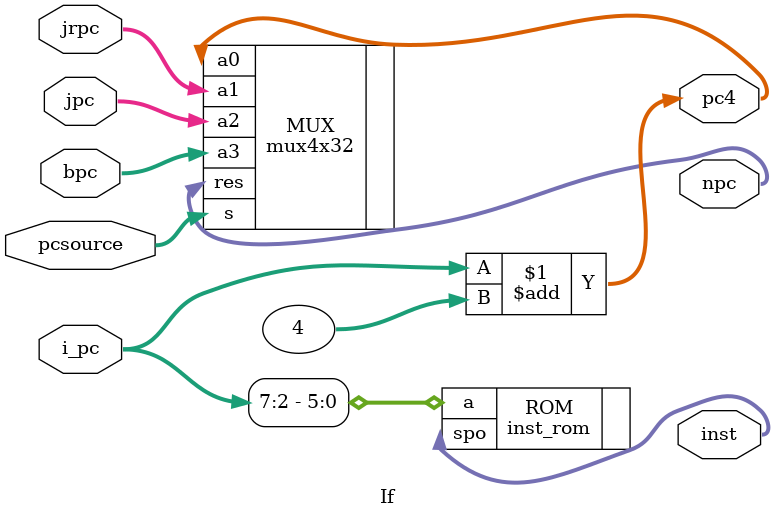
<source format=v>
`include "global_define.vh"
`timescale 1ns / 1ps
module If(
    input [31:0] i_pc,
    input [1:0] pcsource,
    input [31:0] bpc,
    input [31:0] jpc,
    input [31:0] jrpc,
    output [31:0] pc4,
    output [31:0] inst,
    output [31:0] npc
);

    assign pc4 = i_pc + 32'd4;
    mux4x32 MUX(.a0(pc4), .a1(jrpc), .a2(jpc), .a3(bpc), .s(pcsource), .res(npc));
    inst_rom ROM(.a(i_pc[7:2]), .spo(inst));

endmodule
</source>
